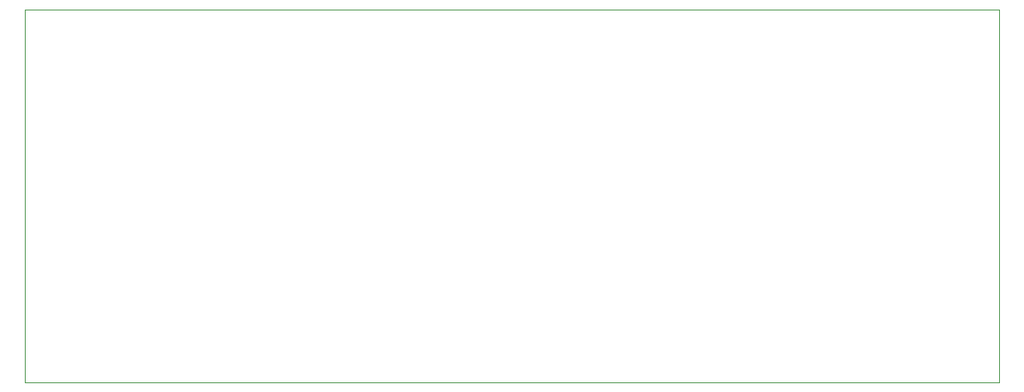
<source format=gbr>
%TF.GenerationSoftware,KiCad,Pcbnew,8.0.7*%
%TF.CreationDate,2025-01-26T18:01:06+01:00*%
%TF.ProjectId,ESP_PZEM004V3,4553505f-505a-4454-9d30-303456332e6b,rev?*%
%TF.SameCoordinates,Original*%
%TF.FileFunction,Profile,NP*%
%FSLAX46Y46*%
G04 Gerber Fmt 4.6, Leading zero omitted, Abs format (unit mm)*
G04 Created by KiCad (PCBNEW 8.0.7) date 2025-01-26 18:01:06*
%MOMM*%
%LPD*%
G01*
G04 APERTURE LIST*
%TA.AperFunction,Profile*%
%ADD10C,0.100000*%
%TD*%
G04 APERTURE END LIST*
D10*
X93980000Y-76855000D02*
X93980000Y-116225000D01*
X196850000Y-76855000D02*
X196850000Y-116225000D01*
X93980000Y-76855000D02*
X196850000Y-76855000D01*
X196850000Y-116225000D02*
X93980000Y-116225000D01*
M02*

</source>
